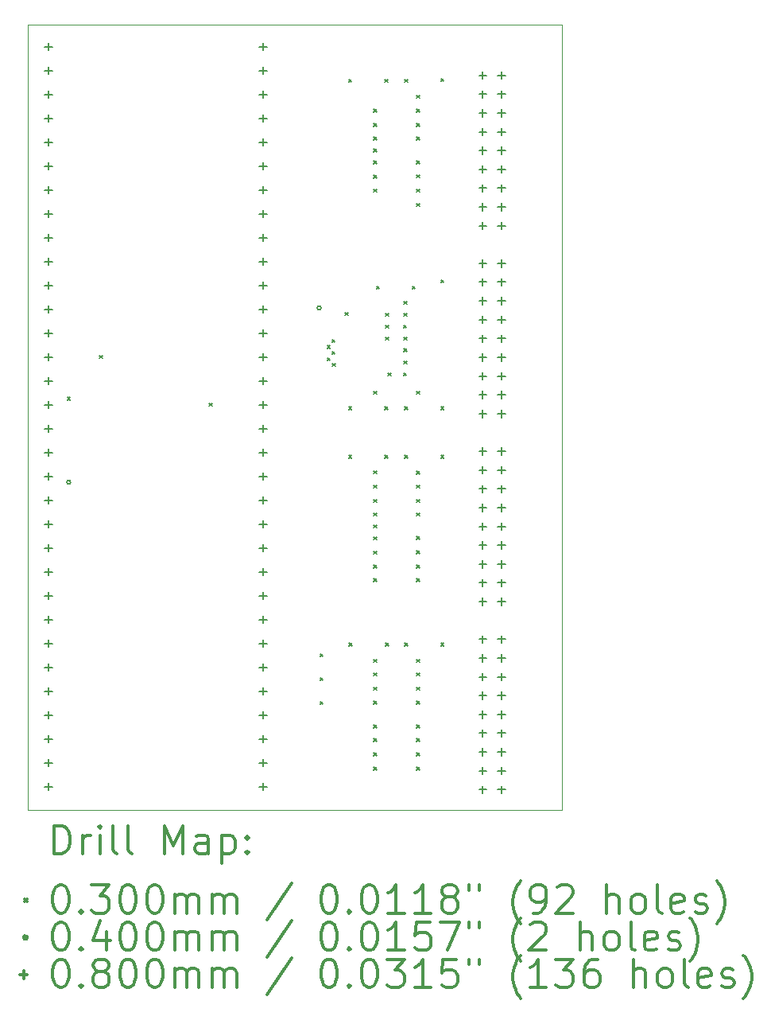
<source format=gbr>
%FSLAX45Y45*%
G04 Gerber Fmt 4.5, Leading zero omitted, Abs format (unit mm)*
G04 Created by KiCad (PCBNEW 5.1.10) date 2021-08-30 11:46:24*
%MOMM*%
%LPD*%
G01*
G04 APERTURE LIST*
%TA.AperFunction,Profile*%
%ADD10C,0.050000*%
%TD*%
%ADD11C,0.200000*%
%ADD12C,0.300000*%
G04 APERTURE END LIST*
D10*
X12274550Y-5568950D02*
X17970500Y-5568950D01*
X12274550Y-13925550D02*
X17970500Y-13925550D01*
X12274550Y-5568950D02*
X12274550Y-13925550D01*
X17970500Y-5568950D02*
X17970500Y-13925550D01*
D11*
X12697700Y-9535400D02*
X12727700Y-9565400D01*
X12727700Y-9535400D02*
X12697700Y-9565400D01*
X13040600Y-9090900D02*
X13070600Y-9120900D01*
X13070600Y-9090900D02*
X13040600Y-9120900D01*
X14209000Y-9598900D02*
X14239000Y-9628900D01*
X14239000Y-9598900D02*
X14209000Y-9628900D01*
X15390100Y-12265900D02*
X15420100Y-12295900D01*
X15420100Y-12265900D02*
X15390100Y-12295900D01*
X15390100Y-12519900D02*
X15420100Y-12549900D01*
X15420100Y-12519900D02*
X15390100Y-12549900D01*
X15390100Y-12773900D02*
X15420100Y-12803900D01*
X15420100Y-12773900D02*
X15390100Y-12803900D01*
X15466300Y-8982950D02*
X15496300Y-9012950D01*
X15496300Y-8982950D02*
X15466300Y-9012950D01*
X15466300Y-9116300D02*
X15496300Y-9146300D01*
X15496300Y-9116300D02*
X15466300Y-9146300D01*
X15517100Y-8919450D02*
X15547100Y-8949450D01*
X15547100Y-8919450D02*
X15517100Y-8949450D01*
X15517100Y-9046450D02*
X15547100Y-9076450D01*
X15547100Y-9046450D02*
X15517100Y-9076450D01*
X15522869Y-9176670D02*
X15552869Y-9206670D01*
X15552869Y-9176670D02*
X15522869Y-9206670D01*
X15656800Y-8633700D02*
X15686800Y-8663700D01*
X15686800Y-8633700D02*
X15656800Y-8663700D01*
X15694900Y-6150850D02*
X15724900Y-6180850D01*
X15724900Y-6150850D02*
X15694900Y-6180850D01*
X15694900Y-9637000D02*
X15724900Y-9667000D01*
X15724900Y-9637000D02*
X15694900Y-9667000D01*
X15694900Y-10151350D02*
X15724900Y-10181350D01*
X15724900Y-10151350D02*
X15694900Y-10181350D01*
X15701250Y-12151600D02*
X15731250Y-12181600D01*
X15731250Y-12151600D02*
X15701250Y-12181600D01*
X15961600Y-6468350D02*
X15991600Y-6498350D01*
X15991600Y-6468350D02*
X15961600Y-6498350D01*
X15961600Y-6620750D02*
X15991600Y-6650750D01*
X15991600Y-6620750D02*
X15961600Y-6650750D01*
X15961600Y-6766800D02*
X15991600Y-6796800D01*
X15991600Y-6766800D02*
X15961600Y-6796800D01*
X15961600Y-6893800D02*
X15991600Y-6923800D01*
X15991600Y-6893800D02*
X15961600Y-6923800D01*
X15961600Y-7020800D02*
X15991600Y-7050800D01*
X15991600Y-7020800D02*
X15961600Y-7050800D01*
X15961600Y-7173200D02*
X15991600Y-7203200D01*
X15991600Y-7173200D02*
X15961600Y-7203200D01*
X15961600Y-7319250D02*
X15991600Y-7349250D01*
X15991600Y-7319250D02*
X15961600Y-7349250D01*
X15961600Y-9471900D02*
X15991600Y-9501900D01*
X15991600Y-9471900D02*
X15961600Y-9501900D01*
X15961600Y-10316450D02*
X15991600Y-10346450D01*
X15991600Y-10316450D02*
X15961600Y-10346450D01*
X15961600Y-10468850D02*
X15991600Y-10498850D01*
X15991600Y-10468850D02*
X15961600Y-10498850D01*
X15961600Y-10621250D02*
X15991600Y-10651250D01*
X15991600Y-10621250D02*
X15961600Y-10651250D01*
X15961600Y-10767300D02*
X15991600Y-10797300D01*
X15991600Y-10767300D02*
X15961600Y-10797300D01*
X15961600Y-10894300D02*
X15991600Y-10924300D01*
X15991600Y-10894300D02*
X15961600Y-10924300D01*
X15961600Y-11021300D02*
X15991600Y-11051300D01*
X15991600Y-11021300D02*
X15961600Y-11051300D01*
X15961600Y-11173700D02*
X15991600Y-11203700D01*
X15991600Y-11173700D02*
X15961600Y-11203700D01*
X15961600Y-11319750D02*
X15991600Y-11349750D01*
X15991600Y-11319750D02*
X15961600Y-11349750D01*
X15961600Y-11465800D02*
X15991600Y-11495800D01*
X15991600Y-11465800D02*
X15961600Y-11495800D01*
X15961600Y-12323050D02*
X15991600Y-12353050D01*
X15991600Y-12323050D02*
X15961600Y-12353050D01*
X15961600Y-12469100D02*
X15991600Y-12499100D01*
X15991600Y-12469100D02*
X15961600Y-12499100D01*
X15961600Y-12621500D02*
X15991600Y-12651500D01*
X15991600Y-12621500D02*
X15961600Y-12651500D01*
X15961600Y-12767550D02*
X15991600Y-12797550D01*
X15991600Y-12767550D02*
X15961600Y-12797550D01*
X15961600Y-13021550D02*
X15991600Y-13051550D01*
X15991600Y-13021550D02*
X15961600Y-13051550D01*
X15961600Y-13167600D02*
X15991600Y-13197600D01*
X15991600Y-13167600D02*
X15961600Y-13197600D01*
X15961600Y-13320000D02*
X15991600Y-13350000D01*
X15991600Y-13320000D02*
X15961600Y-13350000D01*
X15961600Y-13472400D02*
X15991600Y-13502400D01*
X15991600Y-13472400D02*
X15961600Y-13502400D01*
X15993350Y-8354300D02*
X16023350Y-8384300D01*
X16023350Y-8354300D02*
X15993350Y-8384300D01*
X16082250Y-6150850D02*
X16112250Y-6180850D01*
X16112250Y-6150850D02*
X16082250Y-6180850D01*
X16082250Y-9637000D02*
X16112250Y-9667000D01*
X16112250Y-9637000D02*
X16082250Y-9667000D01*
X16082250Y-10151350D02*
X16112250Y-10181350D01*
X16112250Y-10151350D02*
X16082250Y-10181350D01*
X16088600Y-8640050D02*
X16118600Y-8670050D01*
X16118600Y-8640050D02*
X16088600Y-8670050D01*
X16088600Y-8767050D02*
X16118600Y-8797050D01*
X16118600Y-8767050D02*
X16088600Y-8797050D01*
X16088600Y-8894050D02*
X16118600Y-8924050D01*
X16118600Y-8894050D02*
X16088600Y-8924050D01*
X16088600Y-12151600D02*
X16118600Y-12181600D01*
X16118600Y-12151600D02*
X16088600Y-12181600D01*
X16114000Y-9275050D02*
X16144000Y-9305050D01*
X16144000Y-9275050D02*
X16114000Y-9305050D01*
X16279100Y-8767050D02*
X16309100Y-8797050D01*
X16309100Y-8767050D02*
X16279100Y-8797050D01*
X16279100Y-9275050D02*
X16309100Y-9305050D01*
X16309100Y-9275050D02*
X16279100Y-9305050D01*
X16283450Y-9019050D02*
X16313450Y-9049050D01*
X16313450Y-9019050D02*
X16283450Y-9049050D01*
X16285450Y-8513050D02*
X16315450Y-8543050D01*
X16315450Y-8513050D02*
X16285450Y-8543050D01*
X16285450Y-8640050D02*
X16315450Y-8670050D01*
X16315450Y-8640050D02*
X16285450Y-8670050D01*
X16285450Y-8894050D02*
X16315450Y-8924050D01*
X16315450Y-8894050D02*
X16285450Y-8924050D01*
X16285450Y-9148050D02*
X16315450Y-9178050D01*
X16315450Y-9148050D02*
X16285450Y-9178050D01*
X16291800Y-6150850D02*
X16321800Y-6180850D01*
X16321800Y-6150850D02*
X16291800Y-6180850D01*
X16291800Y-9637000D02*
X16321800Y-9667000D01*
X16321800Y-9637000D02*
X16291800Y-9667000D01*
X16291800Y-10151350D02*
X16321800Y-10181350D01*
X16321800Y-10151350D02*
X16291800Y-10181350D01*
X16291800Y-12151600D02*
X16321800Y-12181600D01*
X16321800Y-12151600D02*
X16291800Y-12181600D01*
X16374350Y-8354300D02*
X16404350Y-8384300D01*
X16404350Y-8354300D02*
X16374350Y-8384300D01*
X16418800Y-6322300D02*
X16448800Y-6352300D01*
X16448800Y-6322300D02*
X16418800Y-6352300D01*
X16418800Y-6468350D02*
X16448800Y-6498350D01*
X16448800Y-6468350D02*
X16418800Y-6498350D01*
X16418800Y-6620750D02*
X16448800Y-6650750D01*
X16448800Y-6620750D02*
X16418800Y-6650750D01*
X16418800Y-6766800D02*
X16448800Y-6796800D01*
X16448800Y-6766800D02*
X16418800Y-6796800D01*
X16418800Y-7020800D02*
X16448800Y-7050800D01*
X16448800Y-7020800D02*
X16418800Y-7050800D01*
X16418800Y-7166850D02*
X16448800Y-7196850D01*
X16448800Y-7166850D02*
X16418800Y-7196850D01*
X16418800Y-7319250D02*
X16448800Y-7349250D01*
X16448800Y-7319250D02*
X16418800Y-7349250D01*
X16418800Y-7471650D02*
X16448800Y-7501650D01*
X16448800Y-7471650D02*
X16418800Y-7501650D01*
X16418800Y-9471900D02*
X16448800Y-9501900D01*
X16448800Y-9471900D02*
X16418800Y-9501900D01*
X16418800Y-10322800D02*
X16448800Y-10352800D01*
X16448800Y-10322800D02*
X16418800Y-10352800D01*
X16418800Y-10468850D02*
X16448800Y-10498850D01*
X16448800Y-10468850D02*
X16418800Y-10498850D01*
X16418800Y-10621250D02*
X16448800Y-10651250D01*
X16448800Y-10621250D02*
X16418800Y-10651250D01*
X16418800Y-10767300D02*
X16448800Y-10797300D01*
X16448800Y-10767300D02*
X16418800Y-10797300D01*
X16418800Y-11014950D02*
X16448800Y-11044950D01*
X16448800Y-11014950D02*
X16418800Y-11044950D01*
X16418800Y-11167350D02*
X16448800Y-11197350D01*
X16448800Y-11167350D02*
X16418800Y-11197350D01*
X16418800Y-11319750D02*
X16448800Y-11349750D01*
X16448800Y-11319750D02*
X16418800Y-11349750D01*
X16418800Y-11465800D02*
X16448800Y-11495800D01*
X16448800Y-11465800D02*
X16418800Y-11495800D01*
X16418800Y-12323050D02*
X16448800Y-12353050D01*
X16448800Y-12323050D02*
X16418800Y-12353050D01*
X16418800Y-12469100D02*
X16448800Y-12499100D01*
X16448800Y-12469100D02*
X16418800Y-12499100D01*
X16418800Y-12621500D02*
X16448800Y-12651500D01*
X16448800Y-12621500D02*
X16418800Y-12651500D01*
X16418800Y-12767550D02*
X16448800Y-12797550D01*
X16448800Y-12767550D02*
X16418800Y-12797550D01*
X16418800Y-13021550D02*
X16448800Y-13051550D01*
X16448800Y-13021550D02*
X16418800Y-13051550D01*
X16418800Y-13167600D02*
X16448800Y-13197600D01*
X16448800Y-13167600D02*
X16418800Y-13197600D01*
X16418800Y-13320000D02*
X16448800Y-13350000D01*
X16448800Y-13320000D02*
X16418800Y-13350000D01*
X16418800Y-13472400D02*
X16448800Y-13502400D01*
X16448800Y-13472400D02*
X16418800Y-13502400D01*
X16679150Y-6144500D02*
X16709150Y-6174500D01*
X16709150Y-6144500D02*
X16679150Y-6174500D01*
X16679150Y-8284450D02*
X16709150Y-8314450D01*
X16709150Y-8284450D02*
X16679150Y-8314450D01*
X16679150Y-9637000D02*
X16709150Y-9667000D01*
X16709150Y-9637000D02*
X16679150Y-9667000D01*
X16679150Y-10151350D02*
X16709150Y-10181350D01*
X16709150Y-10151350D02*
X16679150Y-10181350D01*
X16679150Y-12151600D02*
X16709150Y-12181600D01*
X16709150Y-12151600D02*
X16679150Y-12181600D01*
X12732700Y-10439400D02*
G75*
G03*
X12732700Y-10439400I-20000J0D01*
G01*
X15400850Y-8584050D02*
G75*
G03*
X15400850Y-8584050I-20000J0D01*
G01*
X12496800Y-5763900D02*
X12496800Y-5843900D01*
X12456800Y-5803900D02*
X12536800Y-5803900D01*
X12496800Y-6017900D02*
X12496800Y-6097900D01*
X12456800Y-6057900D02*
X12536800Y-6057900D01*
X12496800Y-6271900D02*
X12496800Y-6351900D01*
X12456800Y-6311900D02*
X12536800Y-6311900D01*
X12496800Y-6525900D02*
X12496800Y-6605900D01*
X12456800Y-6565900D02*
X12536800Y-6565900D01*
X12496800Y-6779900D02*
X12496800Y-6859900D01*
X12456800Y-6819900D02*
X12536800Y-6819900D01*
X12496800Y-7033900D02*
X12496800Y-7113900D01*
X12456800Y-7073900D02*
X12536800Y-7073900D01*
X12496800Y-7287900D02*
X12496800Y-7367900D01*
X12456800Y-7327900D02*
X12536800Y-7327900D01*
X12496800Y-7541900D02*
X12496800Y-7621900D01*
X12456800Y-7581900D02*
X12536800Y-7581900D01*
X12496800Y-7795900D02*
X12496800Y-7875900D01*
X12456800Y-7835900D02*
X12536800Y-7835900D01*
X12496800Y-8049900D02*
X12496800Y-8129900D01*
X12456800Y-8089900D02*
X12536800Y-8089900D01*
X12496800Y-8303900D02*
X12496800Y-8383900D01*
X12456800Y-8343900D02*
X12536800Y-8343900D01*
X12496800Y-8557900D02*
X12496800Y-8637900D01*
X12456800Y-8597900D02*
X12536800Y-8597900D01*
X12496800Y-8811900D02*
X12496800Y-8891900D01*
X12456800Y-8851900D02*
X12536800Y-8851900D01*
X12496800Y-9065900D02*
X12496800Y-9145900D01*
X12456800Y-9105900D02*
X12536800Y-9105900D01*
X12496800Y-9319900D02*
X12496800Y-9399900D01*
X12456800Y-9359900D02*
X12536800Y-9359900D01*
X12496800Y-9573900D02*
X12496800Y-9653900D01*
X12456800Y-9613900D02*
X12536800Y-9613900D01*
X12496800Y-9827900D02*
X12496800Y-9907900D01*
X12456800Y-9867900D02*
X12536800Y-9867900D01*
X12496800Y-10081900D02*
X12496800Y-10161900D01*
X12456800Y-10121900D02*
X12536800Y-10121900D01*
X12496800Y-10335900D02*
X12496800Y-10415900D01*
X12456800Y-10375900D02*
X12536800Y-10375900D01*
X12496800Y-10589900D02*
X12496800Y-10669900D01*
X12456800Y-10629900D02*
X12536800Y-10629900D01*
X12496800Y-10843900D02*
X12496800Y-10923900D01*
X12456800Y-10883900D02*
X12536800Y-10883900D01*
X12496800Y-11097900D02*
X12496800Y-11177900D01*
X12456800Y-11137900D02*
X12536800Y-11137900D01*
X12496800Y-11351900D02*
X12496800Y-11431900D01*
X12456800Y-11391900D02*
X12536800Y-11391900D01*
X12496800Y-11605900D02*
X12496800Y-11685900D01*
X12456800Y-11645900D02*
X12536800Y-11645900D01*
X12496800Y-11859900D02*
X12496800Y-11939900D01*
X12456800Y-11899900D02*
X12536800Y-11899900D01*
X12496800Y-12113900D02*
X12496800Y-12193900D01*
X12456800Y-12153900D02*
X12536800Y-12153900D01*
X12496800Y-12367900D02*
X12496800Y-12447900D01*
X12456800Y-12407900D02*
X12536800Y-12407900D01*
X12496800Y-12621900D02*
X12496800Y-12701900D01*
X12456800Y-12661900D02*
X12536800Y-12661900D01*
X12496800Y-12875900D02*
X12496800Y-12955900D01*
X12456800Y-12915900D02*
X12536800Y-12915900D01*
X12496800Y-13129900D02*
X12496800Y-13209900D01*
X12456800Y-13169900D02*
X12536800Y-13169900D01*
X12496800Y-13383900D02*
X12496800Y-13463900D01*
X12456800Y-13423900D02*
X12536800Y-13423900D01*
X12496800Y-13637900D02*
X12496800Y-13717900D01*
X12456800Y-13677900D02*
X12536800Y-13677900D01*
X14782800Y-5763900D02*
X14782800Y-5843900D01*
X14742800Y-5803900D02*
X14822800Y-5803900D01*
X14782800Y-6017900D02*
X14782800Y-6097900D01*
X14742800Y-6057900D02*
X14822800Y-6057900D01*
X14782800Y-6271900D02*
X14782800Y-6351900D01*
X14742800Y-6311900D02*
X14822800Y-6311900D01*
X14782800Y-6525900D02*
X14782800Y-6605900D01*
X14742800Y-6565900D02*
X14822800Y-6565900D01*
X14782800Y-6779900D02*
X14782800Y-6859900D01*
X14742800Y-6819900D02*
X14822800Y-6819900D01*
X14782800Y-7033900D02*
X14782800Y-7113900D01*
X14742800Y-7073900D02*
X14822800Y-7073900D01*
X14782800Y-7287900D02*
X14782800Y-7367900D01*
X14742800Y-7327900D02*
X14822800Y-7327900D01*
X14782800Y-7541900D02*
X14782800Y-7621900D01*
X14742800Y-7581900D02*
X14822800Y-7581900D01*
X14782800Y-7795900D02*
X14782800Y-7875900D01*
X14742800Y-7835900D02*
X14822800Y-7835900D01*
X14782800Y-8049900D02*
X14782800Y-8129900D01*
X14742800Y-8089900D02*
X14822800Y-8089900D01*
X14782800Y-8303900D02*
X14782800Y-8383900D01*
X14742800Y-8343900D02*
X14822800Y-8343900D01*
X14782800Y-8557900D02*
X14782800Y-8637900D01*
X14742800Y-8597900D02*
X14822800Y-8597900D01*
X14782800Y-8811900D02*
X14782800Y-8891900D01*
X14742800Y-8851900D02*
X14822800Y-8851900D01*
X14782800Y-9065900D02*
X14782800Y-9145900D01*
X14742800Y-9105900D02*
X14822800Y-9105900D01*
X14782800Y-9319900D02*
X14782800Y-9399900D01*
X14742800Y-9359900D02*
X14822800Y-9359900D01*
X14782800Y-9573900D02*
X14782800Y-9653900D01*
X14742800Y-9613900D02*
X14822800Y-9613900D01*
X14782800Y-9827900D02*
X14782800Y-9907900D01*
X14742800Y-9867900D02*
X14822800Y-9867900D01*
X14782800Y-10081900D02*
X14782800Y-10161900D01*
X14742800Y-10121900D02*
X14822800Y-10121900D01*
X14782800Y-10335900D02*
X14782800Y-10415900D01*
X14742800Y-10375900D02*
X14822800Y-10375900D01*
X14782800Y-10589900D02*
X14782800Y-10669900D01*
X14742800Y-10629900D02*
X14822800Y-10629900D01*
X14782800Y-10843900D02*
X14782800Y-10923900D01*
X14742800Y-10883900D02*
X14822800Y-10883900D01*
X14782800Y-11097900D02*
X14782800Y-11177900D01*
X14742800Y-11137900D02*
X14822800Y-11137900D01*
X14782800Y-11351900D02*
X14782800Y-11431900D01*
X14742800Y-11391900D02*
X14822800Y-11391900D01*
X14782800Y-11605900D02*
X14782800Y-11685900D01*
X14742800Y-11645900D02*
X14822800Y-11645900D01*
X14782800Y-11859900D02*
X14782800Y-11939900D01*
X14742800Y-11899900D02*
X14822800Y-11899900D01*
X14782800Y-12113900D02*
X14782800Y-12193900D01*
X14742800Y-12153900D02*
X14822800Y-12153900D01*
X14782800Y-12367900D02*
X14782800Y-12447900D01*
X14742800Y-12407900D02*
X14822800Y-12407900D01*
X14782800Y-12621900D02*
X14782800Y-12701900D01*
X14742800Y-12661900D02*
X14822800Y-12661900D01*
X14782800Y-12875900D02*
X14782800Y-12955900D01*
X14742800Y-12915900D02*
X14822800Y-12915900D01*
X14782800Y-13129900D02*
X14782800Y-13209900D01*
X14742800Y-13169900D02*
X14822800Y-13169900D01*
X14782800Y-13383900D02*
X14782800Y-13463900D01*
X14742800Y-13423900D02*
X14822800Y-13423900D01*
X14782800Y-13637900D02*
X14782800Y-13717900D01*
X14742800Y-13677900D02*
X14822800Y-13677900D01*
X17124172Y-6069299D02*
X17124172Y-6149299D01*
X17084172Y-6109299D02*
X17164172Y-6109299D01*
X17124172Y-6269299D02*
X17124172Y-6349299D01*
X17084172Y-6309299D02*
X17164172Y-6309299D01*
X17124172Y-6469299D02*
X17124172Y-6549299D01*
X17084172Y-6509299D02*
X17164172Y-6509299D01*
X17124172Y-6669299D02*
X17124172Y-6749299D01*
X17084172Y-6709299D02*
X17164172Y-6709299D01*
X17124172Y-6869299D02*
X17124172Y-6949299D01*
X17084172Y-6909299D02*
X17164172Y-6909299D01*
X17124172Y-7069299D02*
X17124172Y-7149299D01*
X17084172Y-7109299D02*
X17164172Y-7109299D01*
X17124172Y-7269299D02*
X17124172Y-7349299D01*
X17084172Y-7309299D02*
X17164172Y-7309299D01*
X17124172Y-7469299D02*
X17124172Y-7549299D01*
X17084172Y-7509299D02*
X17164172Y-7509299D01*
X17124172Y-7669299D02*
X17124172Y-7749299D01*
X17084172Y-7709299D02*
X17164172Y-7709299D01*
X17124172Y-8069299D02*
X17124172Y-8149299D01*
X17084172Y-8109299D02*
X17164172Y-8109299D01*
X17124172Y-8269299D02*
X17124172Y-8349299D01*
X17084172Y-8309299D02*
X17164172Y-8309299D01*
X17124172Y-8469299D02*
X17124172Y-8549299D01*
X17084172Y-8509299D02*
X17164172Y-8509299D01*
X17124172Y-8669299D02*
X17124172Y-8749299D01*
X17084172Y-8709299D02*
X17164172Y-8709299D01*
X17124172Y-8869299D02*
X17124172Y-8949299D01*
X17084172Y-8909299D02*
X17164172Y-8909299D01*
X17124172Y-9069299D02*
X17124172Y-9149299D01*
X17084172Y-9109299D02*
X17164172Y-9109299D01*
X17124172Y-9269299D02*
X17124172Y-9349299D01*
X17084172Y-9309299D02*
X17164172Y-9309299D01*
X17124172Y-9469299D02*
X17124172Y-9549299D01*
X17084172Y-9509299D02*
X17164172Y-9509299D01*
X17124172Y-9669299D02*
X17124172Y-9749299D01*
X17084172Y-9709299D02*
X17164172Y-9709299D01*
X17124172Y-10069299D02*
X17124172Y-10149299D01*
X17084172Y-10109299D02*
X17164172Y-10109299D01*
X17124172Y-10269299D02*
X17124172Y-10349299D01*
X17084172Y-10309299D02*
X17164172Y-10309299D01*
X17124172Y-10469299D02*
X17124172Y-10549299D01*
X17084172Y-10509299D02*
X17164172Y-10509299D01*
X17124172Y-10669299D02*
X17124172Y-10749299D01*
X17084172Y-10709299D02*
X17164172Y-10709299D01*
X17124172Y-10869299D02*
X17124172Y-10949299D01*
X17084172Y-10909299D02*
X17164172Y-10909299D01*
X17124172Y-11069299D02*
X17124172Y-11149299D01*
X17084172Y-11109299D02*
X17164172Y-11109299D01*
X17124172Y-11269299D02*
X17124172Y-11349299D01*
X17084172Y-11309299D02*
X17164172Y-11309299D01*
X17124172Y-11469299D02*
X17124172Y-11549299D01*
X17084172Y-11509299D02*
X17164172Y-11509299D01*
X17124172Y-11669299D02*
X17124172Y-11749299D01*
X17084172Y-11709299D02*
X17164172Y-11709299D01*
X17124172Y-12069299D02*
X17124172Y-12149299D01*
X17084172Y-12109299D02*
X17164172Y-12109299D01*
X17124172Y-12269299D02*
X17124172Y-12349299D01*
X17084172Y-12309299D02*
X17164172Y-12309299D01*
X17124172Y-12469299D02*
X17124172Y-12549299D01*
X17084172Y-12509299D02*
X17164172Y-12509299D01*
X17124172Y-12669299D02*
X17124172Y-12749299D01*
X17084172Y-12709299D02*
X17164172Y-12709299D01*
X17124172Y-12869299D02*
X17124172Y-12949299D01*
X17084172Y-12909299D02*
X17164172Y-12909299D01*
X17124172Y-13069299D02*
X17124172Y-13149299D01*
X17084172Y-13109299D02*
X17164172Y-13109299D01*
X17124172Y-13269299D02*
X17124172Y-13349299D01*
X17084172Y-13309299D02*
X17164172Y-13309299D01*
X17124172Y-13469299D02*
X17124172Y-13549299D01*
X17084172Y-13509299D02*
X17164172Y-13509299D01*
X17124172Y-13669299D02*
X17124172Y-13749299D01*
X17084172Y-13709299D02*
X17164172Y-13709299D01*
X17324172Y-6069299D02*
X17324172Y-6149299D01*
X17284172Y-6109299D02*
X17364172Y-6109299D01*
X17324172Y-6269299D02*
X17324172Y-6349299D01*
X17284172Y-6309299D02*
X17364172Y-6309299D01*
X17324172Y-6469299D02*
X17324172Y-6549299D01*
X17284172Y-6509299D02*
X17364172Y-6509299D01*
X17324172Y-6669299D02*
X17324172Y-6749299D01*
X17284172Y-6709299D02*
X17364172Y-6709299D01*
X17324172Y-6869299D02*
X17324172Y-6949299D01*
X17284172Y-6909299D02*
X17364172Y-6909299D01*
X17324172Y-7069299D02*
X17324172Y-7149299D01*
X17284172Y-7109299D02*
X17364172Y-7109299D01*
X17324172Y-7269299D02*
X17324172Y-7349299D01*
X17284172Y-7309299D02*
X17364172Y-7309299D01*
X17324172Y-7469299D02*
X17324172Y-7549299D01*
X17284172Y-7509299D02*
X17364172Y-7509299D01*
X17324172Y-7669299D02*
X17324172Y-7749299D01*
X17284172Y-7709299D02*
X17364172Y-7709299D01*
X17324172Y-8069299D02*
X17324172Y-8149299D01*
X17284172Y-8109299D02*
X17364172Y-8109299D01*
X17324172Y-8269299D02*
X17324172Y-8349299D01*
X17284172Y-8309299D02*
X17364172Y-8309299D01*
X17324172Y-8469299D02*
X17324172Y-8549299D01*
X17284172Y-8509299D02*
X17364172Y-8509299D01*
X17324172Y-8669299D02*
X17324172Y-8749299D01*
X17284172Y-8709299D02*
X17364172Y-8709299D01*
X17324172Y-8869299D02*
X17324172Y-8949299D01*
X17284172Y-8909299D02*
X17364172Y-8909299D01*
X17324172Y-9069299D02*
X17324172Y-9149299D01*
X17284172Y-9109299D02*
X17364172Y-9109299D01*
X17324172Y-9269299D02*
X17324172Y-9349299D01*
X17284172Y-9309299D02*
X17364172Y-9309299D01*
X17324172Y-9469299D02*
X17324172Y-9549299D01*
X17284172Y-9509299D02*
X17364172Y-9509299D01*
X17324172Y-9669299D02*
X17324172Y-9749299D01*
X17284172Y-9709299D02*
X17364172Y-9709299D01*
X17324172Y-10069299D02*
X17324172Y-10149299D01*
X17284172Y-10109299D02*
X17364172Y-10109299D01*
X17324172Y-10269299D02*
X17324172Y-10349299D01*
X17284172Y-10309299D02*
X17364172Y-10309299D01*
X17324172Y-10469299D02*
X17324172Y-10549299D01*
X17284172Y-10509299D02*
X17364172Y-10509299D01*
X17324172Y-10669299D02*
X17324172Y-10749299D01*
X17284172Y-10709299D02*
X17364172Y-10709299D01*
X17324172Y-10869299D02*
X17324172Y-10949299D01*
X17284172Y-10909299D02*
X17364172Y-10909299D01*
X17324172Y-11069299D02*
X17324172Y-11149299D01*
X17284172Y-11109299D02*
X17364172Y-11109299D01*
X17324172Y-11269299D02*
X17324172Y-11349299D01*
X17284172Y-11309299D02*
X17364172Y-11309299D01*
X17324172Y-11469299D02*
X17324172Y-11549299D01*
X17284172Y-11509299D02*
X17364172Y-11509299D01*
X17324172Y-11669299D02*
X17324172Y-11749299D01*
X17284172Y-11709299D02*
X17364172Y-11709299D01*
X17324172Y-12069299D02*
X17324172Y-12149299D01*
X17284172Y-12109299D02*
X17364172Y-12109299D01*
X17324172Y-12269299D02*
X17324172Y-12349299D01*
X17284172Y-12309299D02*
X17364172Y-12309299D01*
X17324172Y-12469299D02*
X17324172Y-12549299D01*
X17284172Y-12509299D02*
X17364172Y-12509299D01*
X17324172Y-12669299D02*
X17324172Y-12749299D01*
X17284172Y-12709299D02*
X17364172Y-12709299D01*
X17324172Y-12869299D02*
X17324172Y-12949299D01*
X17284172Y-12909299D02*
X17364172Y-12909299D01*
X17324172Y-13069299D02*
X17324172Y-13149299D01*
X17284172Y-13109299D02*
X17364172Y-13109299D01*
X17324172Y-13269299D02*
X17324172Y-13349299D01*
X17284172Y-13309299D02*
X17364172Y-13309299D01*
X17324172Y-13469299D02*
X17324172Y-13549299D01*
X17284172Y-13509299D02*
X17364172Y-13509299D01*
X17324172Y-13669299D02*
X17324172Y-13749299D01*
X17284172Y-13709299D02*
X17364172Y-13709299D01*
D12*
X12558478Y-14393764D02*
X12558478Y-14093764D01*
X12629907Y-14093764D01*
X12672764Y-14108050D01*
X12701336Y-14136621D01*
X12715621Y-14165193D01*
X12729907Y-14222336D01*
X12729907Y-14265193D01*
X12715621Y-14322336D01*
X12701336Y-14350907D01*
X12672764Y-14379479D01*
X12629907Y-14393764D01*
X12558478Y-14393764D01*
X12858478Y-14393764D02*
X12858478Y-14193764D01*
X12858478Y-14250907D02*
X12872764Y-14222336D01*
X12887050Y-14208050D01*
X12915621Y-14193764D01*
X12944193Y-14193764D01*
X13044193Y-14393764D02*
X13044193Y-14193764D01*
X13044193Y-14093764D02*
X13029907Y-14108050D01*
X13044193Y-14122336D01*
X13058478Y-14108050D01*
X13044193Y-14093764D01*
X13044193Y-14122336D01*
X13229907Y-14393764D02*
X13201336Y-14379479D01*
X13187050Y-14350907D01*
X13187050Y-14093764D01*
X13387050Y-14393764D02*
X13358478Y-14379479D01*
X13344193Y-14350907D01*
X13344193Y-14093764D01*
X13729907Y-14393764D02*
X13729907Y-14093764D01*
X13829907Y-14308050D01*
X13929907Y-14093764D01*
X13929907Y-14393764D01*
X14201336Y-14393764D02*
X14201336Y-14236621D01*
X14187050Y-14208050D01*
X14158478Y-14193764D01*
X14101336Y-14193764D01*
X14072764Y-14208050D01*
X14201336Y-14379479D02*
X14172764Y-14393764D01*
X14101336Y-14393764D01*
X14072764Y-14379479D01*
X14058478Y-14350907D01*
X14058478Y-14322336D01*
X14072764Y-14293764D01*
X14101336Y-14279479D01*
X14172764Y-14279479D01*
X14201336Y-14265193D01*
X14344193Y-14193764D02*
X14344193Y-14493764D01*
X14344193Y-14208050D02*
X14372764Y-14193764D01*
X14429907Y-14193764D01*
X14458478Y-14208050D01*
X14472764Y-14222336D01*
X14487050Y-14250907D01*
X14487050Y-14336621D01*
X14472764Y-14365193D01*
X14458478Y-14379479D01*
X14429907Y-14393764D01*
X14372764Y-14393764D01*
X14344193Y-14379479D01*
X14615621Y-14365193D02*
X14629907Y-14379479D01*
X14615621Y-14393764D01*
X14601336Y-14379479D01*
X14615621Y-14365193D01*
X14615621Y-14393764D01*
X14615621Y-14208050D02*
X14629907Y-14222336D01*
X14615621Y-14236621D01*
X14601336Y-14222336D01*
X14615621Y-14208050D01*
X14615621Y-14236621D01*
X12242050Y-14873050D02*
X12272050Y-14903050D01*
X12272050Y-14873050D02*
X12242050Y-14903050D01*
X12615621Y-14723764D02*
X12644193Y-14723764D01*
X12672764Y-14738050D01*
X12687050Y-14752336D01*
X12701336Y-14780907D01*
X12715621Y-14838050D01*
X12715621Y-14909479D01*
X12701336Y-14966621D01*
X12687050Y-14995193D01*
X12672764Y-15009479D01*
X12644193Y-15023764D01*
X12615621Y-15023764D01*
X12587050Y-15009479D01*
X12572764Y-14995193D01*
X12558478Y-14966621D01*
X12544193Y-14909479D01*
X12544193Y-14838050D01*
X12558478Y-14780907D01*
X12572764Y-14752336D01*
X12587050Y-14738050D01*
X12615621Y-14723764D01*
X12844193Y-14995193D02*
X12858478Y-15009479D01*
X12844193Y-15023764D01*
X12829907Y-15009479D01*
X12844193Y-14995193D01*
X12844193Y-15023764D01*
X12958478Y-14723764D02*
X13144193Y-14723764D01*
X13044193Y-14838050D01*
X13087050Y-14838050D01*
X13115621Y-14852336D01*
X13129907Y-14866621D01*
X13144193Y-14895193D01*
X13144193Y-14966621D01*
X13129907Y-14995193D01*
X13115621Y-15009479D01*
X13087050Y-15023764D01*
X13001336Y-15023764D01*
X12972764Y-15009479D01*
X12958478Y-14995193D01*
X13329907Y-14723764D02*
X13358478Y-14723764D01*
X13387050Y-14738050D01*
X13401336Y-14752336D01*
X13415621Y-14780907D01*
X13429907Y-14838050D01*
X13429907Y-14909479D01*
X13415621Y-14966621D01*
X13401336Y-14995193D01*
X13387050Y-15009479D01*
X13358478Y-15023764D01*
X13329907Y-15023764D01*
X13301336Y-15009479D01*
X13287050Y-14995193D01*
X13272764Y-14966621D01*
X13258478Y-14909479D01*
X13258478Y-14838050D01*
X13272764Y-14780907D01*
X13287050Y-14752336D01*
X13301336Y-14738050D01*
X13329907Y-14723764D01*
X13615621Y-14723764D02*
X13644193Y-14723764D01*
X13672764Y-14738050D01*
X13687050Y-14752336D01*
X13701336Y-14780907D01*
X13715621Y-14838050D01*
X13715621Y-14909479D01*
X13701336Y-14966621D01*
X13687050Y-14995193D01*
X13672764Y-15009479D01*
X13644193Y-15023764D01*
X13615621Y-15023764D01*
X13587050Y-15009479D01*
X13572764Y-14995193D01*
X13558478Y-14966621D01*
X13544193Y-14909479D01*
X13544193Y-14838050D01*
X13558478Y-14780907D01*
X13572764Y-14752336D01*
X13587050Y-14738050D01*
X13615621Y-14723764D01*
X13844193Y-15023764D02*
X13844193Y-14823764D01*
X13844193Y-14852336D02*
X13858478Y-14838050D01*
X13887050Y-14823764D01*
X13929907Y-14823764D01*
X13958478Y-14838050D01*
X13972764Y-14866621D01*
X13972764Y-15023764D01*
X13972764Y-14866621D02*
X13987050Y-14838050D01*
X14015621Y-14823764D01*
X14058478Y-14823764D01*
X14087050Y-14838050D01*
X14101336Y-14866621D01*
X14101336Y-15023764D01*
X14244193Y-15023764D02*
X14244193Y-14823764D01*
X14244193Y-14852336D02*
X14258478Y-14838050D01*
X14287050Y-14823764D01*
X14329907Y-14823764D01*
X14358478Y-14838050D01*
X14372764Y-14866621D01*
X14372764Y-15023764D01*
X14372764Y-14866621D02*
X14387050Y-14838050D01*
X14415621Y-14823764D01*
X14458478Y-14823764D01*
X14487050Y-14838050D01*
X14501336Y-14866621D01*
X14501336Y-15023764D01*
X15087050Y-14709479D02*
X14829907Y-15095193D01*
X15472764Y-14723764D02*
X15501336Y-14723764D01*
X15529907Y-14738050D01*
X15544193Y-14752336D01*
X15558478Y-14780907D01*
X15572764Y-14838050D01*
X15572764Y-14909479D01*
X15558478Y-14966621D01*
X15544193Y-14995193D01*
X15529907Y-15009479D01*
X15501336Y-15023764D01*
X15472764Y-15023764D01*
X15444193Y-15009479D01*
X15429907Y-14995193D01*
X15415621Y-14966621D01*
X15401336Y-14909479D01*
X15401336Y-14838050D01*
X15415621Y-14780907D01*
X15429907Y-14752336D01*
X15444193Y-14738050D01*
X15472764Y-14723764D01*
X15701336Y-14995193D02*
X15715621Y-15009479D01*
X15701336Y-15023764D01*
X15687050Y-15009479D01*
X15701336Y-14995193D01*
X15701336Y-15023764D01*
X15901336Y-14723764D02*
X15929907Y-14723764D01*
X15958478Y-14738050D01*
X15972764Y-14752336D01*
X15987050Y-14780907D01*
X16001336Y-14838050D01*
X16001336Y-14909479D01*
X15987050Y-14966621D01*
X15972764Y-14995193D01*
X15958478Y-15009479D01*
X15929907Y-15023764D01*
X15901336Y-15023764D01*
X15872764Y-15009479D01*
X15858478Y-14995193D01*
X15844193Y-14966621D01*
X15829907Y-14909479D01*
X15829907Y-14838050D01*
X15844193Y-14780907D01*
X15858478Y-14752336D01*
X15872764Y-14738050D01*
X15901336Y-14723764D01*
X16287050Y-15023764D02*
X16115621Y-15023764D01*
X16201336Y-15023764D02*
X16201336Y-14723764D01*
X16172764Y-14766621D01*
X16144193Y-14795193D01*
X16115621Y-14809479D01*
X16572764Y-15023764D02*
X16401336Y-15023764D01*
X16487050Y-15023764D02*
X16487050Y-14723764D01*
X16458478Y-14766621D01*
X16429907Y-14795193D01*
X16401336Y-14809479D01*
X16744193Y-14852336D02*
X16715621Y-14838050D01*
X16701336Y-14823764D01*
X16687050Y-14795193D01*
X16687050Y-14780907D01*
X16701336Y-14752336D01*
X16715621Y-14738050D01*
X16744193Y-14723764D01*
X16801336Y-14723764D01*
X16829907Y-14738050D01*
X16844193Y-14752336D01*
X16858478Y-14780907D01*
X16858478Y-14795193D01*
X16844193Y-14823764D01*
X16829907Y-14838050D01*
X16801336Y-14852336D01*
X16744193Y-14852336D01*
X16715621Y-14866621D01*
X16701336Y-14880907D01*
X16687050Y-14909479D01*
X16687050Y-14966621D01*
X16701336Y-14995193D01*
X16715621Y-15009479D01*
X16744193Y-15023764D01*
X16801336Y-15023764D01*
X16829907Y-15009479D01*
X16844193Y-14995193D01*
X16858478Y-14966621D01*
X16858478Y-14909479D01*
X16844193Y-14880907D01*
X16829907Y-14866621D01*
X16801336Y-14852336D01*
X16972764Y-14723764D02*
X16972764Y-14780907D01*
X17087050Y-14723764D02*
X17087050Y-14780907D01*
X17529907Y-15138050D02*
X17515621Y-15123764D01*
X17487050Y-15080907D01*
X17472764Y-15052336D01*
X17458478Y-15009479D01*
X17444193Y-14938050D01*
X17444193Y-14880907D01*
X17458478Y-14809479D01*
X17472764Y-14766621D01*
X17487050Y-14738050D01*
X17515621Y-14695193D01*
X17529907Y-14680907D01*
X17658478Y-15023764D02*
X17715621Y-15023764D01*
X17744193Y-15009479D01*
X17758478Y-14995193D01*
X17787050Y-14952336D01*
X17801336Y-14895193D01*
X17801336Y-14780907D01*
X17787050Y-14752336D01*
X17772764Y-14738050D01*
X17744193Y-14723764D01*
X17687050Y-14723764D01*
X17658478Y-14738050D01*
X17644193Y-14752336D01*
X17629907Y-14780907D01*
X17629907Y-14852336D01*
X17644193Y-14880907D01*
X17658478Y-14895193D01*
X17687050Y-14909479D01*
X17744193Y-14909479D01*
X17772764Y-14895193D01*
X17787050Y-14880907D01*
X17801336Y-14852336D01*
X17915621Y-14752336D02*
X17929907Y-14738050D01*
X17958478Y-14723764D01*
X18029907Y-14723764D01*
X18058478Y-14738050D01*
X18072764Y-14752336D01*
X18087050Y-14780907D01*
X18087050Y-14809479D01*
X18072764Y-14852336D01*
X17901336Y-15023764D01*
X18087050Y-15023764D01*
X18444193Y-15023764D02*
X18444193Y-14723764D01*
X18572764Y-15023764D02*
X18572764Y-14866621D01*
X18558478Y-14838050D01*
X18529907Y-14823764D01*
X18487050Y-14823764D01*
X18458478Y-14838050D01*
X18444193Y-14852336D01*
X18758478Y-15023764D02*
X18729907Y-15009479D01*
X18715621Y-14995193D01*
X18701336Y-14966621D01*
X18701336Y-14880907D01*
X18715621Y-14852336D01*
X18729907Y-14838050D01*
X18758478Y-14823764D01*
X18801336Y-14823764D01*
X18829907Y-14838050D01*
X18844193Y-14852336D01*
X18858478Y-14880907D01*
X18858478Y-14966621D01*
X18844193Y-14995193D01*
X18829907Y-15009479D01*
X18801336Y-15023764D01*
X18758478Y-15023764D01*
X19029907Y-15023764D02*
X19001336Y-15009479D01*
X18987050Y-14980907D01*
X18987050Y-14723764D01*
X19258478Y-15009479D02*
X19229907Y-15023764D01*
X19172764Y-15023764D01*
X19144193Y-15009479D01*
X19129907Y-14980907D01*
X19129907Y-14866621D01*
X19144193Y-14838050D01*
X19172764Y-14823764D01*
X19229907Y-14823764D01*
X19258478Y-14838050D01*
X19272764Y-14866621D01*
X19272764Y-14895193D01*
X19129907Y-14923764D01*
X19387050Y-15009479D02*
X19415621Y-15023764D01*
X19472764Y-15023764D01*
X19501336Y-15009479D01*
X19515621Y-14980907D01*
X19515621Y-14966621D01*
X19501336Y-14938050D01*
X19472764Y-14923764D01*
X19429907Y-14923764D01*
X19401336Y-14909479D01*
X19387050Y-14880907D01*
X19387050Y-14866621D01*
X19401336Y-14838050D01*
X19429907Y-14823764D01*
X19472764Y-14823764D01*
X19501336Y-14838050D01*
X19615621Y-15138050D02*
X19629907Y-15123764D01*
X19658478Y-15080907D01*
X19672764Y-15052336D01*
X19687050Y-15009479D01*
X19701336Y-14938050D01*
X19701336Y-14880907D01*
X19687050Y-14809479D01*
X19672764Y-14766621D01*
X19658478Y-14738050D01*
X19629907Y-14695193D01*
X19615621Y-14680907D01*
X12272050Y-15284050D02*
G75*
G03*
X12272050Y-15284050I-20000J0D01*
G01*
X12615621Y-15119764D02*
X12644193Y-15119764D01*
X12672764Y-15134050D01*
X12687050Y-15148336D01*
X12701336Y-15176907D01*
X12715621Y-15234050D01*
X12715621Y-15305479D01*
X12701336Y-15362621D01*
X12687050Y-15391193D01*
X12672764Y-15405479D01*
X12644193Y-15419764D01*
X12615621Y-15419764D01*
X12587050Y-15405479D01*
X12572764Y-15391193D01*
X12558478Y-15362621D01*
X12544193Y-15305479D01*
X12544193Y-15234050D01*
X12558478Y-15176907D01*
X12572764Y-15148336D01*
X12587050Y-15134050D01*
X12615621Y-15119764D01*
X12844193Y-15391193D02*
X12858478Y-15405479D01*
X12844193Y-15419764D01*
X12829907Y-15405479D01*
X12844193Y-15391193D01*
X12844193Y-15419764D01*
X13115621Y-15219764D02*
X13115621Y-15419764D01*
X13044193Y-15105479D02*
X12972764Y-15319764D01*
X13158478Y-15319764D01*
X13329907Y-15119764D02*
X13358478Y-15119764D01*
X13387050Y-15134050D01*
X13401336Y-15148336D01*
X13415621Y-15176907D01*
X13429907Y-15234050D01*
X13429907Y-15305479D01*
X13415621Y-15362621D01*
X13401336Y-15391193D01*
X13387050Y-15405479D01*
X13358478Y-15419764D01*
X13329907Y-15419764D01*
X13301336Y-15405479D01*
X13287050Y-15391193D01*
X13272764Y-15362621D01*
X13258478Y-15305479D01*
X13258478Y-15234050D01*
X13272764Y-15176907D01*
X13287050Y-15148336D01*
X13301336Y-15134050D01*
X13329907Y-15119764D01*
X13615621Y-15119764D02*
X13644193Y-15119764D01*
X13672764Y-15134050D01*
X13687050Y-15148336D01*
X13701336Y-15176907D01*
X13715621Y-15234050D01*
X13715621Y-15305479D01*
X13701336Y-15362621D01*
X13687050Y-15391193D01*
X13672764Y-15405479D01*
X13644193Y-15419764D01*
X13615621Y-15419764D01*
X13587050Y-15405479D01*
X13572764Y-15391193D01*
X13558478Y-15362621D01*
X13544193Y-15305479D01*
X13544193Y-15234050D01*
X13558478Y-15176907D01*
X13572764Y-15148336D01*
X13587050Y-15134050D01*
X13615621Y-15119764D01*
X13844193Y-15419764D02*
X13844193Y-15219764D01*
X13844193Y-15248336D02*
X13858478Y-15234050D01*
X13887050Y-15219764D01*
X13929907Y-15219764D01*
X13958478Y-15234050D01*
X13972764Y-15262621D01*
X13972764Y-15419764D01*
X13972764Y-15262621D02*
X13987050Y-15234050D01*
X14015621Y-15219764D01*
X14058478Y-15219764D01*
X14087050Y-15234050D01*
X14101336Y-15262621D01*
X14101336Y-15419764D01*
X14244193Y-15419764D02*
X14244193Y-15219764D01*
X14244193Y-15248336D02*
X14258478Y-15234050D01*
X14287050Y-15219764D01*
X14329907Y-15219764D01*
X14358478Y-15234050D01*
X14372764Y-15262621D01*
X14372764Y-15419764D01*
X14372764Y-15262621D02*
X14387050Y-15234050D01*
X14415621Y-15219764D01*
X14458478Y-15219764D01*
X14487050Y-15234050D01*
X14501336Y-15262621D01*
X14501336Y-15419764D01*
X15087050Y-15105479D02*
X14829907Y-15491193D01*
X15472764Y-15119764D02*
X15501336Y-15119764D01*
X15529907Y-15134050D01*
X15544193Y-15148336D01*
X15558478Y-15176907D01*
X15572764Y-15234050D01*
X15572764Y-15305479D01*
X15558478Y-15362621D01*
X15544193Y-15391193D01*
X15529907Y-15405479D01*
X15501336Y-15419764D01*
X15472764Y-15419764D01*
X15444193Y-15405479D01*
X15429907Y-15391193D01*
X15415621Y-15362621D01*
X15401336Y-15305479D01*
X15401336Y-15234050D01*
X15415621Y-15176907D01*
X15429907Y-15148336D01*
X15444193Y-15134050D01*
X15472764Y-15119764D01*
X15701336Y-15391193D02*
X15715621Y-15405479D01*
X15701336Y-15419764D01*
X15687050Y-15405479D01*
X15701336Y-15391193D01*
X15701336Y-15419764D01*
X15901336Y-15119764D02*
X15929907Y-15119764D01*
X15958478Y-15134050D01*
X15972764Y-15148336D01*
X15987050Y-15176907D01*
X16001336Y-15234050D01*
X16001336Y-15305479D01*
X15987050Y-15362621D01*
X15972764Y-15391193D01*
X15958478Y-15405479D01*
X15929907Y-15419764D01*
X15901336Y-15419764D01*
X15872764Y-15405479D01*
X15858478Y-15391193D01*
X15844193Y-15362621D01*
X15829907Y-15305479D01*
X15829907Y-15234050D01*
X15844193Y-15176907D01*
X15858478Y-15148336D01*
X15872764Y-15134050D01*
X15901336Y-15119764D01*
X16287050Y-15419764D02*
X16115621Y-15419764D01*
X16201336Y-15419764D02*
X16201336Y-15119764D01*
X16172764Y-15162621D01*
X16144193Y-15191193D01*
X16115621Y-15205479D01*
X16558478Y-15119764D02*
X16415621Y-15119764D01*
X16401336Y-15262621D01*
X16415621Y-15248336D01*
X16444193Y-15234050D01*
X16515621Y-15234050D01*
X16544193Y-15248336D01*
X16558478Y-15262621D01*
X16572764Y-15291193D01*
X16572764Y-15362621D01*
X16558478Y-15391193D01*
X16544193Y-15405479D01*
X16515621Y-15419764D01*
X16444193Y-15419764D01*
X16415621Y-15405479D01*
X16401336Y-15391193D01*
X16672764Y-15119764D02*
X16872764Y-15119764D01*
X16744193Y-15419764D01*
X16972764Y-15119764D02*
X16972764Y-15176907D01*
X17087050Y-15119764D02*
X17087050Y-15176907D01*
X17529907Y-15534050D02*
X17515621Y-15519764D01*
X17487050Y-15476907D01*
X17472764Y-15448336D01*
X17458478Y-15405479D01*
X17444193Y-15334050D01*
X17444193Y-15276907D01*
X17458478Y-15205479D01*
X17472764Y-15162621D01*
X17487050Y-15134050D01*
X17515621Y-15091193D01*
X17529907Y-15076907D01*
X17629907Y-15148336D02*
X17644193Y-15134050D01*
X17672764Y-15119764D01*
X17744193Y-15119764D01*
X17772764Y-15134050D01*
X17787050Y-15148336D01*
X17801336Y-15176907D01*
X17801336Y-15205479D01*
X17787050Y-15248336D01*
X17615621Y-15419764D01*
X17801336Y-15419764D01*
X18158478Y-15419764D02*
X18158478Y-15119764D01*
X18287050Y-15419764D02*
X18287050Y-15262621D01*
X18272764Y-15234050D01*
X18244193Y-15219764D01*
X18201336Y-15219764D01*
X18172764Y-15234050D01*
X18158478Y-15248336D01*
X18472764Y-15419764D02*
X18444193Y-15405479D01*
X18429907Y-15391193D01*
X18415621Y-15362621D01*
X18415621Y-15276907D01*
X18429907Y-15248336D01*
X18444193Y-15234050D01*
X18472764Y-15219764D01*
X18515621Y-15219764D01*
X18544193Y-15234050D01*
X18558478Y-15248336D01*
X18572764Y-15276907D01*
X18572764Y-15362621D01*
X18558478Y-15391193D01*
X18544193Y-15405479D01*
X18515621Y-15419764D01*
X18472764Y-15419764D01*
X18744193Y-15419764D02*
X18715621Y-15405479D01*
X18701336Y-15376907D01*
X18701336Y-15119764D01*
X18972764Y-15405479D02*
X18944193Y-15419764D01*
X18887050Y-15419764D01*
X18858478Y-15405479D01*
X18844193Y-15376907D01*
X18844193Y-15262621D01*
X18858478Y-15234050D01*
X18887050Y-15219764D01*
X18944193Y-15219764D01*
X18972764Y-15234050D01*
X18987050Y-15262621D01*
X18987050Y-15291193D01*
X18844193Y-15319764D01*
X19101336Y-15405479D02*
X19129907Y-15419764D01*
X19187050Y-15419764D01*
X19215621Y-15405479D01*
X19229907Y-15376907D01*
X19229907Y-15362621D01*
X19215621Y-15334050D01*
X19187050Y-15319764D01*
X19144193Y-15319764D01*
X19115621Y-15305479D01*
X19101336Y-15276907D01*
X19101336Y-15262621D01*
X19115621Y-15234050D01*
X19144193Y-15219764D01*
X19187050Y-15219764D01*
X19215621Y-15234050D01*
X19329907Y-15534050D02*
X19344193Y-15519764D01*
X19372764Y-15476907D01*
X19387050Y-15448336D01*
X19401336Y-15405479D01*
X19415621Y-15334050D01*
X19415621Y-15276907D01*
X19401336Y-15205479D01*
X19387050Y-15162621D01*
X19372764Y-15134050D01*
X19344193Y-15091193D01*
X19329907Y-15076907D01*
X12232050Y-15640050D02*
X12232050Y-15720050D01*
X12192050Y-15680050D02*
X12272050Y-15680050D01*
X12615621Y-15515764D02*
X12644193Y-15515764D01*
X12672764Y-15530050D01*
X12687050Y-15544336D01*
X12701336Y-15572907D01*
X12715621Y-15630050D01*
X12715621Y-15701479D01*
X12701336Y-15758621D01*
X12687050Y-15787193D01*
X12672764Y-15801479D01*
X12644193Y-15815764D01*
X12615621Y-15815764D01*
X12587050Y-15801479D01*
X12572764Y-15787193D01*
X12558478Y-15758621D01*
X12544193Y-15701479D01*
X12544193Y-15630050D01*
X12558478Y-15572907D01*
X12572764Y-15544336D01*
X12587050Y-15530050D01*
X12615621Y-15515764D01*
X12844193Y-15787193D02*
X12858478Y-15801479D01*
X12844193Y-15815764D01*
X12829907Y-15801479D01*
X12844193Y-15787193D01*
X12844193Y-15815764D01*
X13029907Y-15644336D02*
X13001336Y-15630050D01*
X12987050Y-15615764D01*
X12972764Y-15587193D01*
X12972764Y-15572907D01*
X12987050Y-15544336D01*
X13001336Y-15530050D01*
X13029907Y-15515764D01*
X13087050Y-15515764D01*
X13115621Y-15530050D01*
X13129907Y-15544336D01*
X13144193Y-15572907D01*
X13144193Y-15587193D01*
X13129907Y-15615764D01*
X13115621Y-15630050D01*
X13087050Y-15644336D01*
X13029907Y-15644336D01*
X13001336Y-15658621D01*
X12987050Y-15672907D01*
X12972764Y-15701479D01*
X12972764Y-15758621D01*
X12987050Y-15787193D01*
X13001336Y-15801479D01*
X13029907Y-15815764D01*
X13087050Y-15815764D01*
X13115621Y-15801479D01*
X13129907Y-15787193D01*
X13144193Y-15758621D01*
X13144193Y-15701479D01*
X13129907Y-15672907D01*
X13115621Y-15658621D01*
X13087050Y-15644336D01*
X13329907Y-15515764D02*
X13358478Y-15515764D01*
X13387050Y-15530050D01*
X13401336Y-15544336D01*
X13415621Y-15572907D01*
X13429907Y-15630050D01*
X13429907Y-15701479D01*
X13415621Y-15758621D01*
X13401336Y-15787193D01*
X13387050Y-15801479D01*
X13358478Y-15815764D01*
X13329907Y-15815764D01*
X13301336Y-15801479D01*
X13287050Y-15787193D01*
X13272764Y-15758621D01*
X13258478Y-15701479D01*
X13258478Y-15630050D01*
X13272764Y-15572907D01*
X13287050Y-15544336D01*
X13301336Y-15530050D01*
X13329907Y-15515764D01*
X13615621Y-15515764D02*
X13644193Y-15515764D01*
X13672764Y-15530050D01*
X13687050Y-15544336D01*
X13701336Y-15572907D01*
X13715621Y-15630050D01*
X13715621Y-15701479D01*
X13701336Y-15758621D01*
X13687050Y-15787193D01*
X13672764Y-15801479D01*
X13644193Y-15815764D01*
X13615621Y-15815764D01*
X13587050Y-15801479D01*
X13572764Y-15787193D01*
X13558478Y-15758621D01*
X13544193Y-15701479D01*
X13544193Y-15630050D01*
X13558478Y-15572907D01*
X13572764Y-15544336D01*
X13587050Y-15530050D01*
X13615621Y-15515764D01*
X13844193Y-15815764D02*
X13844193Y-15615764D01*
X13844193Y-15644336D02*
X13858478Y-15630050D01*
X13887050Y-15615764D01*
X13929907Y-15615764D01*
X13958478Y-15630050D01*
X13972764Y-15658621D01*
X13972764Y-15815764D01*
X13972764Y-15658621D02*
X13987050Y-15630050D01*
X14015621Y-15615764D01*
X14058478Y-15615764D01*
X14087050Y-15630050D01*
X14101336Y-15658621D01*
X14101336Y-15815764D01*
X14244193Y-15815764D02*
X14244193Y-15615764D01*
X14244193Y-15644336D02*
X14258478Y-15630050D01*
X14287050Y-15615764D01*
X14329907Y-15615764D01*
X14358478Y-15630050D01*
X14372764Y-15658621D01*
X14372764Y-15815764D01*
X14372764Y-15658621D02*
X14387050Y-15630050D01*
X14415621Y-15615764D01*
X14458478Y-15615764D01*
X14487050Y-15630050D01*
X14501336Y-15658621D01*
X14501336Y-15815764D01*
X15087050Y-15501479D02*
X14829907Y-15887193D01*
X15472764Y-15515764D02*
X15501336Y-15515764D01*
X15529907Y-15530050D01*
X15544193Y-15544336D01*
X15558478Y-15572907D01*
X15572764Y-15630050D01*
X15572764Y-15701479D01*
X15558478Y-15758621D01*
X15544193Y-15787193D01*
X15529907Y-15801479D01*
X15501336Y-15815764D01*
X15472764Y-15815764D01*
X15444193Y-15801479D01*
X15429907Y-15787193D01*
X15415621Y-15758621D01*
X15401336Y-15701479D01*
X15401336Y-15630050D01*
X15415621Y-15572907D01*
X15429907Y-15544336D01*
X15444193Y-15530050D01*
X15472764Y-15515764D01*
X15701336Y-15787193D02*
X15715621Y-15801479D01*
X15701336Y-15815764D01*
X15687050Y-15801479D01*
X15701336Y-15787193D01*
X15701336Y-15815764D01*
X15901336Y-15515764D02*
X15929907Y-15515764D01*
X15958478Y-15530050D01*
X15972764Y-15544336D01*
X15987050Y-15572907D01*
X16001336Y-15630050D01*
X16001336Y-15701479D01*
X15987050Y-15758621D01*
X15972764Y-15787193D01*
X15958478Y-15801479D01*
X15929907Y-15815764D01*
X15901336Y-15815764D01*
X15872764Y-15801479D01*
X15858478Y-15787193D01*
X15844193Y-15758621D01*
X15829907Y-15701479D01*
X15829907Y-15630050D01*
X15844193Y-15572907D01*
X15858478Y-15544336D01*
X15872764Y-15530050D01*
X15901336Y-15515764D01*
X16101336Y-15515764D02*
X16287050Y-15515764D01*
X16187050Y-15630050D01*
X16229907Y-15630050D01*
X16258478Y-15644336D01*
X16272764Y-15658621D01*
X16287050Y-15687193D01*
X16287050Y-15758621D01*
X16272764Y-15787193D01*
X16258478Y-15801479D01*
X16229907Y-15815764D01*
X16144193Y-15815764D01*
X16115621Y-15801479D01*
X16101336Y-15787193D01*
X16572764Y-15815764D02*
X16401336Y-15815764D01*
X16487050Y-15815764D02*
X16487050Y-15515764D01*
X16458478Y-15558621D01*
X16429907Y-15587193D01*
X16401336Y-15601479D01*
X16844193Y-15515764D02*
X16701336Y-15515764D01*
X16687050Y-15658621D01*
X16701336Y-15644336D01*
X16729907Y-15630050D01*
X16801336Y-15630050D01*
X16829907Y-15644336D01*
X16844193Y-15658621D01*
X16858478Y-15687193D01*
X16858478Y-15758621D01*
X16844193Y-15787193D01*
X16829907Y-15801479D01*
X16801336Y-15815764D01*
X16729907Y-15815764D01*
X16701336Y-15801479D01*
X16687050Y-15787193D01*
X16972764Y-15515764D02*
X16972764Y-15572907D01*
X17087050Y-15515764D02*
X17087050Y-15572907D01*
X17529907Y-15930050D02*
X17515621Y-15915764D01*
X17487050Y-15872907D01*
X17472764Y-15844336D01*
X17458478Y-15801479D01*
X17444193Y-15730050D01*
X17444193Y-15672907D01*
X17458478Y-15601479D01*
X17472764Y-15558621D01*
X17487050Y-15530050D01*
X17515621Y-15487193D01*
X17529907Y-15472907D01*
X17801336Y-15815764D02*
X17629907Y-15815764D01*
X17715621Y-15815764D02*
X17715621Y-15515764D01*
X17687050Y-15558621D01*
X17658478Y-15587193D01*
X17629907Y-15601479D01*
X17901336Y-15515764D02*
X18087050Y-15515764D01*
X17987050Y-15630050D01*
X18029907Y-15630050D01*
X18058478Y-15644336D01*
X18072764Y-15658621D01*
X18087050Y-15687193D01*
X18087050Y-15758621D01*
X18072764Y-15787193D01*
X18058478Y-15801479D01*
X18029907Y-15815764D01*
X17944193Y-15815764D01*
X17915621Y-15801479D01*
X17901336Y-15787193D01*
X18344193Y-15515764D02*
X18287050Y-15515764D01*
X18258478Y-15530050D01*
X18244193Y-15544336D01*
X18215621Y-15587193D01*
X18201336Y-15644336D01*
X18201336Y-15758621D01*
X18215621Y-15787193D01*
X18229907Y-15801479D01*
X18258478Y-15815764D01*
X18315621Y-15815764D01*
X18344193Y-15801479D01*
X18358478Y-15787193D01*
X18372764Y-15758621D01*
X18372764Y-15687193D01*
X18358478Y-15658621D01*
X18344193Y-15644336D01*
X18315621Y-15630050D01*
X18258478Y-15630050D01*
X18229907Y-15644336D01*
X18215621Y-15658621D01*
X18201336Y-15687193D01*
X18729907Y-15815764D02*
X18729907Y-15515764D01*
X18858478Y-15815764D02*
X18858478Y-15658621D01*
X18844193Y-15630050D01*
X18815621Y-15615764D01*
X18772764Y-15615764D01*
X18744193Y-15630050D01*
X18729907Y-15644336D01*
X19044193Y-15815764D02*
X19015621Y-15801479D01*
X19001336Y-15787193D01*
X18987050Y-15758621D01*
X18987050Y-15672907D01*
X19001336Y-15644336D01*
X19015621Y-15630050D01*
X19044193Y-15615764D01*
X19087050Y-15615764D01*
X19115621Y-15630050D01*
X19129907Y-15644336D01*
X19144193Y-15672907D01*
X19144193Y-15758621D01*
X19129907Y-15787193D01*
X19115621Y-15801479D01*
X19087050Y-15815764D01*
X19044193Y-15815764D01*
X19315621Y-15815764D02*
X19287050Y-15801479D01*
X19272764Y-15772907D01*
X19272764Y-15515764D01*
X19544193Y-15801479D02*
X19515621Y-15815764D01*
X19458478Y-15815764D01*
X19429907Y-15801479D01*
X19415621Y-15772907D01*
X19415621Y-15658621D01*
X19429907Y-15630050D01*
X19458478Y-15615764D01*
X19515621Y-15615764D01*
X19544193Y-15630050D01*
X19558478Y-15658621D01*
X19558478Y-15687193D01*
X19415621Y-15715764D01*
X19672764Y-15801479D02*
X19701336Y-15815764D01*
X19758478Y-15815764D01*
X19787050Y-15801479D01*
X19801336Y-15772907D01*
X19801336Y-15758621D01*
X19787050Y-15730050D01*
X19758478Y-15715764D01*
X19715621Y-15715764D01*
X19687050Y-15701479D01*
X19672764Y-15672907D01*
X19672764Y-15658621D01*
X19687050Y-15630050D01*
X19715621Y-15615764D01*
X19758478Y-15615764D01*
X19787050Y-15630050D01*
X19901336Y-15930050D02*
X19915621Y-15915764D01*
X19944193Y-15872907D01*
X19958478Y-15844336D01*
X19972764Y-15801479D01*
X19987050Y-15730050D01*
X19987050Y-15672907D01*
X19972764Y-15601479D01*
X19958478Y-15558621D01*
X19944193Y-15530050D01*
X19915621Y-15487193D01*
X19901336Y-15472907D01*
M02*

</source>
